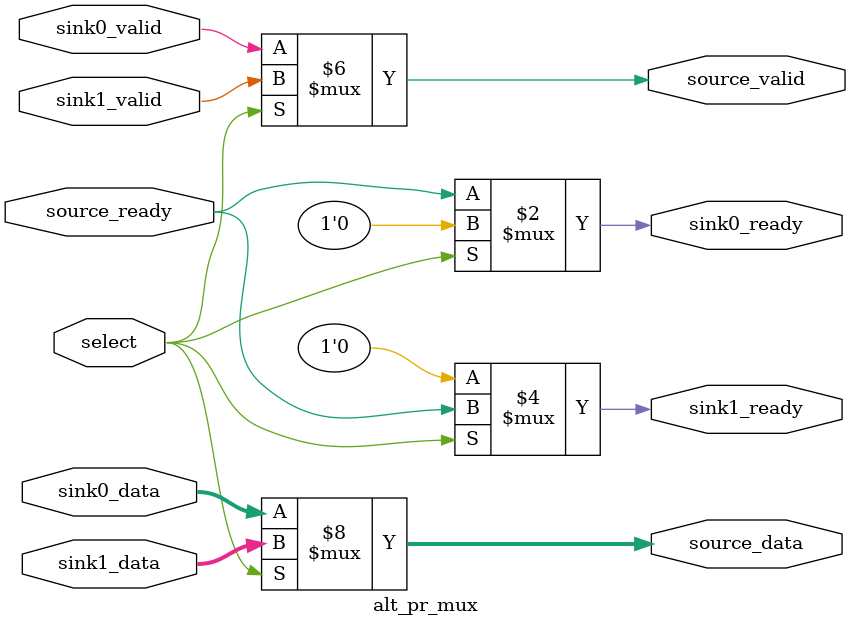
<source format=sv>


module alt_pr_mux#(
    parameter DATA_WIDTH = 16
) (
    input  logic                   select,

    input  logic                   sink0_valid,
    input  logic[DATA_WIDTH - 1:0] sink0_data,
    output logic                   sink0_ready,

    input  logic                   sink1_valid,
    input  logic[DATA_WIDTH - 1:0] sink1_data,
    output logic                   sink1_ready,

    output logic                   source_valid,
    output logic[DATA_WIDTH - 1:0] source_data,
    input  logic                   source_ready
);
    assign sink0_ready = select == 0 ? source_ready : 1'b0;

    assign sink1_ready = select == 0 ? 1'b0 : source_ready;

    assign source_valid = select == 0 ? sink0_valid : sink1_valid;
    assign source_data = select == 0 ? sink0_data : sink1_data;
endmodule

</source>
